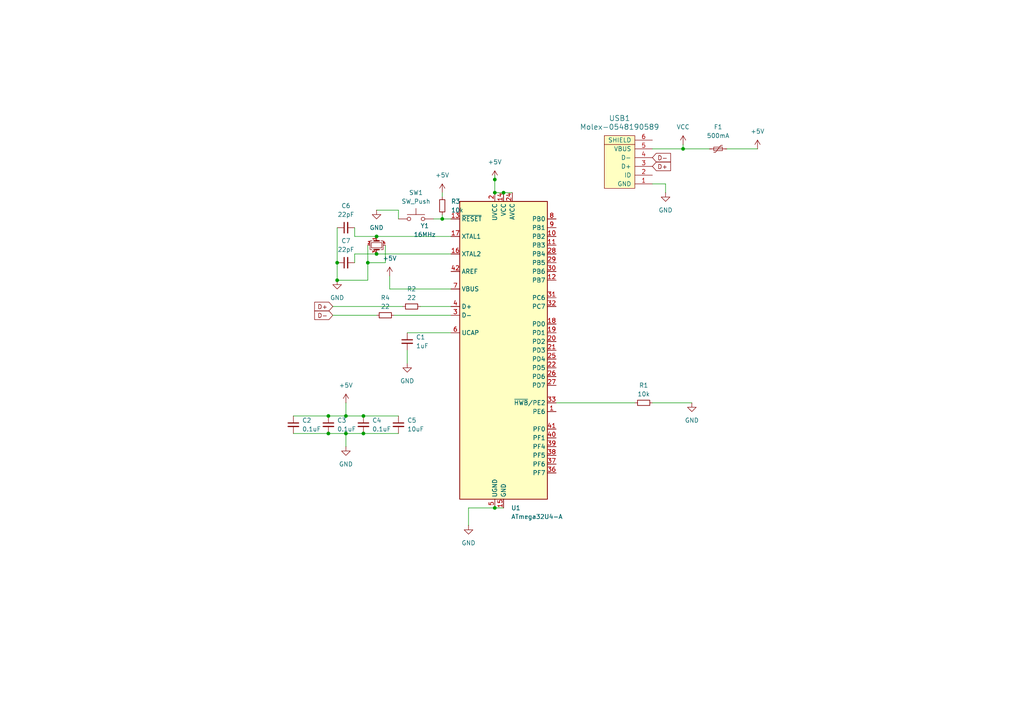
<source format=kicad_sch>
(kicad_sch (version 20231120) (generator "eeschema") (generator_version "8.0")
  (paper "A4")
  (lib_symbols
    (symbol "Device:C_Small" (pin_numbers hide) (pin_names (offset 0.254) hide)
      (property "Reference" "C" (at 0.254 1.778 0))
      (property "Value" "C_Small" (at 0.254 -2.032 0))
      (symbol "C_Small_0_1"
        (polyline (pts (xy -1.524 -0.508) (xy 1.524 -0.508)) (stroke (width 0.3302)))
        (polyline (pts (xy -1.524 0.508) (xy 1.524 0.508)) (stroke (width 0.3048)))
      )
      (symbol "C_Small_1_1"
        (pin passive line (at 0 2.54 270) (length 2.032) (name "~") (number "1"))
        (pin passive line (at 0 -2.54 90) (length 2.032) (name "~") (number "2"))
      )
    )
    (symbol "Device:Crystal_GND24_Small" (pin_names (offset 1.016) hide)
      (property "Reference" "Y" (at 1.27 4.445 0))
      (property "Value" "Crystal_GND24_Small" (at 1.27 2.54 0))
      (symbol "Crystal_GND24_Small_0_1"
        (rectangle (start -0.762 -1.524) (end 0.762 1.524))
        (polyline (pts (xy -1.27 -0.762) (xy -1.27 0.762)) (stroke (width 0.381)))
        (polyline (pts (xy 1.27 -0.762) (xy 1.27 0.762)) (stroke (width 0.381)))
        (polyline (pts (xy -1.27 -1.27) (xy -1.27 -1.905) (xy 1.27 -1.905) (xy 1.27 -1.27)))
        (polyline (pts (xy -1.27 1.27) (xy -1.27 1.905) (xy 1.27 1.905) (xy 1.27 1.27)))
      )
      (symbol "Crystal_GND24_Small_1_1"
        (pin passive line (at -2.54 0 0) (length 1.27) (name "1") (number "1"))
        (pin passive line (at 0 -2.54 90) (length 0.635) (name "2") (number "2"))
        (pin passive line (at 2.54 0 180) (length 1.27) (name "3") (number "3"))
        (pin passive line (at 0 2.54 270) (length 0.635) (name "4") (number "4"))
      )
    )
    (symbol "Device:Polyfuse_Small" (pin_numbers hide) (pin_names (offset 0))
      (property "Reference" "F" (at -1.905 0 90))
      (property "Value" "Polyfuse_Small" (at 1.905 0 90))
      (symbol "Polyfuse_Small_0_1"
        (rectangle (start -0.508 1.27) (end 0.508 -1.27))
        (polyline (pts (xy 0 2.54) (xy 0 -2.54)))
        (polyline (pts (xy -1.016 1.27) (xy -1.016 0.762) (xy 1.016 -0.762) (xy 1.016 -1.27)))
      )
      (symbol "Polyfuse_Small_1_1"
        (pin passive line (at 0 2.54 270) (length 0.635) (name "~") (number "1"))
        (pin passive line (at 0 -2.54 90) (length 0.635) (name "~") (number "2"))
      )
    )
    (symbol "Device:R_Small" (pin_numbers hide) (pin_names (offset 0.254) hide)
      (property "Reference" "R" (at 0.762 0.508 0))
      (property "Value" "R_Small" (at 0.762 -1.016 0))
      (symbol "R_Small_0_1"
        (rectangle (start -0.762 1.778) (end 0.762 -1.778) (stroke (width 0.2032)))
      )
      (symbol "R_Small_1_1"
        (pin passive line (at 0 2.54 270) (length 0.762) (name "~") (number "1"))
        (pin passive line (at 0 -2.54 90) (length 0.762) (name "~") (number "2"))
      )
    )
    (symbol "MCU_Microchip_ATmega:ATmega32U4-A"
      (property "Reference" "U" (at -12.7 44.45 0))
      (property "Value" "ATmega32U4-A" (at 2.54 -44.45 0))
      (symbol "ATmega32U4-A_0_1"
        (rectangle (start -12.7 -43.18) (end 12.7 43.18) (stroke (width 0.254)) (fill (type background)))
      )
      (symbol "ATmega32U4-A_1_1"
        (pin bidirectional line (at 15.24 -17.78 180) (length 2.54) (name "PE6") (number "1"))
        (pin bidirectional line (at 15.24 33.02 180) (length 2.54) (name "PB2") (number "10"))
        (pin bidirectional line (at 15.24 30.48 180) (length 2.54) (name "PB3") (number "11"))
        (pin bidirectional line (at 15.24 20.32 180) (length 2.54) (name "PB7") (number "12"))
        (pin input line (at -15.24 38.1 0) (length 2.54) (name "~{RESET}") (number "13"))
        (pin power_in line (at 0 45.72 270) (length 2.54) (name "VCC") (number "14"))
        (pin power_in line (at 0 -45.72 90) (length 2.54) (name "GND") (number "15"))
        (pin output line (at -15.24 27.94 0) (length 2.54) (name "XTAL2") (number "16"))
        (pin input line (at -15.24 33.02 0) (length 2.54) (name "XTAL1") (number "17"))
        (pin bidirectional line (at 15.24 7.62 180) (length 2.54) (name "PD0") (number "18"))
        (pin bidirectional line (at 15.24 5.08 180) (length 2.54) (name "PD1") (number "19"))
        (pin power_in line (at -2.54 45.72 270) (length 2.54) (name "UVCC") (number "2"))
        (pin bidirectional line (at 15.24 2.54 180) (length 2.54) (name "PD2") (number "20"))
        (pin bidirectional line (at 15.24 0 180) (length 2.54) (name "PD3") (number "21"))
        (pin bidirectional line (at 15.24 -5.08 180) (length 2.54) (name "PD5") (number "22"))
        (pin passive line (at 0 -45.72 90) (length 2.54) hide (name "GND") (number "23"))
        (pin power_in line (at 2.54 45.72 270) (length 2.54) (name "AVCC") (number "24"))
        (pin bidirectional line (at 15.24 -2.54 180) (length 2.54) (name "PD4") (number "25"))
        (pin bidirectional line (at 15.24 -7.62 180) (length 2.54) (name "PD6") (number "26"))
        (pin bidirectional line (at 15.24 -10.16 180) (length 2.54) (name "PD7") (number "27"))
        (pin bidirectional line (at 15.24 27.94 180) (length 2.54) (name "PB4") (number "28"))
        (pin bidirectional line (at 15.24 25.4 180) (length 2.54) (name "PB5") (number "29"))
        (pin bidirectional line (at -15.24 10.16 0) (length 2.54) (name "D-") (number "3"))
        (pin bidirectional line (at 15.24 22.86 180) (length 2.54) (name "PB6") (number "30"))
        (pin bidirectional line (at 15.24 15.24 180) (length 2.54) (name "PC6") (number "31"))
        (pin bidirectional line (at 15.24 12.7 180) (length 2.54) (name "PC7") (number "32"))
        (pin bidirectional line (at 15.24 -15.24 180) (length 2.54) (name "~{HWB}/PE2") (number "33"))
        (pin passive line (at 0 45.72 270) (length 2.54) hide (name "VCC") (number "34"))
        (pin passive line (at 0 -45.72 90) (length 2.54) hide (name "GND") (number "35"))
        (pin bidirectional line (at 15.24 -35.56 180) (length 2.54) (name "PF7") (number "36"))
        (pin bidirectional line (at 15.24 -33.02 180) (length 2.54) (name "PF6") (number "37"))
        (pin bidirectional line (at 15.24 -30.48 180) (length 2.54) (name "PF5") (number "38"))
        (pin bidirectional line (at 15.24 -27.94 180) (length 2.54) (name "PF4") (number "39"))
        (pin bidirectional line (at -15.24 12.7 0) (length 2.54) (name "D+") (number "4"))
        (pin bidirectional line (at 15.24 -25.4 180) (length 2.54) (name "PF1") (number "40"))
        (pin bidirectional line (at 15.24 -22.86 180) (length 2.54) (name "PF0") (number "41"))
        (pin passive line (at -15.24 22.86 0) (length 2.54) (name "AREF") (number "42"))
        (pin passive line (at 0 -45.72 90) (length 2.54) hide (name "GND") (number "43"))
        (pin passive line (at 2.54 45.72 270) (length 2.54) hide (name "AVCC") (number "44"))
        (pin passive line (at -2.54 -45.72 90) (length 2.54) (name "UGND") (number "5"))
        (pin passive line (at -15.24 5.08 0) (length 2.54) (name "UCAP") (number "6"))
        (pin input line (at -15.24 17.78 0) (length 2.54) (name "VBUS") (number "7"))
        (pin bidirectional line (at 15.24 38.1 180) (length 2.54) (name "PB0") (number "8"))
        (pin bidirectional line (at 15.24 35.56 180) (length 2.54) (name "PB1") (number "9"))
      )
    )
    (symbol "Switch:SW_Push" (pin_numbers hide) (pin_names (offset 1.016) hide)
      (property "Reference" "SW" (at 1.27 2.54 0))
      (property "Value" "SW_Push" (at 0 -1.524 0))
      (symbol "SW_Push_0_1"
        (circle (center -2.032 0) (radius 0.508))
        (polyline (pts (xy 0 1.27) (xy 0 3.048)))
        (polyline (pts (xy 2.54 1.27) (xy -2.54 1.27)))
        (circle (center 2.032 0) (radius 0.508))
        (pin passive line (at -5.08 0 0) (length 2.54) (name "1") (number "1"))
        (pin passive line (at 5.08 0 180) (length 2.54) (name "2") (number "2"))
      )
    )
    (symbol "power:+5V" (power) (pin_numbers hide) (pin_names (offset 0) hide)
      (property "Value" "+5V" (at 0 3.556 0))
      (symbol "+5V_0_1"
        (polyline (pts (xy -0.762 1.27) (xy 0 2.54)))
        (polyline (pts (xy 0 0) (xy 0 2.54)))
        (polyline (pts (xy 0 2.54) (xy 0.762 1.27)))
      )
      (symbol "+5V_1_1"
        (pin power_in line (at 0 0 90) (length 0) (name "~") (number "1"))
      )
    )
    (symbol "power:GND" (power) (pin_numbers hide) (pin_names (offset 0) hide)
      (property "Value" "GND" (at 0 -3.81 0))
      (symbol "GND_0_1"
        (polyline (pts (xy 0 0) (xy 0 -1.27) (xy 1.27 -1.27) (xy 0 -2.54) (xy -1.27 -1.27) (xy 0 -1.27)))
      )
      (symbol "GND_1_1"
        (pin power_in line (at 0 0 270) (length 0) (name "~") (number "1"))
      )
    )
    (symbol "power:VCC" (power) (pin_numbers hide) (pin_names (offset 0) hide)
      (property "Value" "VCC" (at 0 3.556 0))
      (symbol "VCC_0_1"
        (polyline (pts (xy -0.762 1.27) (xy 0 2.54)))
        (polyline (pts (xy 0 0) (xy 0 2.54)))
        (polyline (pts (xy 0 2.54) (xy 0.762 1.27)))
      )
      (symbol "VCC_1_1"
        (pin power_in line (at 0 0 90) (length 0) (name "~") (number "1"))
      )
    )
    (symbol "random-keyboard-parts:Molex-0548190589" (pin_names (offset 1.016))
      (property "Reference" "USB" (at 0 7.62 0))
      (property "Value" "Molex-0548190589" (at 0 10.16 0))
      (symbol "Molex-0548190589_0_0"
        (polyline (pts (xy 6.35 -2.54) (xy 6.35 6.35)))
        (rectangle (start 8.89 -2.54) (end -6.35 6.35) (fill (type background)))
      )
      (symbol "Molex-0548190589_1_1"
        (pin input line (at -5.08 -7.62 90) (length 5.08) (name "GND") (number "1"))
        (pin input line (at -2.54 -7.62 90) (length 5.08) (name "ID") (number "2"))
        (pin input line (at 0 -7.62 90) (length 5.08) (name "D+") (number "3"))
        (pin input line (at 2.54 -7.62 90) (length 5.08) (name "D-") (number "4"))
        (pin input line (at 5.08 -7.62 90) (length 5.08) (name "VBUS") (number "5"))
        (pin input line (at 7.62 -7.62 90) (length 5.08) (name "SHIELD") (number "6"))
      )
    )
  )
  (junction (at 128.27 63.5))
  (junction (at 109.22 68.58))
  (junction (at 109.22 73.66))
  (junction (at 106.68 76.2))
  (junction (at 105.41 120.65))
  (junction (at 100.33 120.65))
  (junction (at 143.51 147.32))
  (junction (at 95.25 120.65))
  (junction (at 198.12 43.18))
  (junction (at 95.25 125.73))
  (junction (at 105.41 125.73))
  (junction (at 97.79 81.28))
  (junction (at 143.51 55.88))
  (junction (at 143.51 52.07))
  (junction (at 146.05 55.88))
  (junction (at 100.33 125.73))
  (junction (at 97.79 76.2))
  (wire (pts (xy 189.23 53.34) (xy 193.04 53.34)))
  (wire (pts (xy 109.22 68.58) (xy 130.81 68.58)))
  (wire (pts (xy 210.82 43.18) (xy 219.71 43.18)))
  (wire (pts (xy 85.09 120.65) (xy 95.25 120.65)))
  (wire (pts (xy 95.25 125.73) (xy 100.33 125.73)))
  (wire (pts (xy 128.27 55.88) (xy 128.27 57.15)))
  (wire (pts (xy 198.12 43.18) (xy 205.74 43.18)))
  (wire (pts (xy 189.23 116.84) (xy 200.66 116.84)))
  (wire (pts (xy 115.57 63.5) (xy 115.57 60.96)))
  (wire (pts (xy 100.33 125.73) (xy 100.33 129.54)))
  (wire (pts (xy 102.87 68.58) (xy 109.22 68.58)))
  (wire (pts (xy 106.68 71.12) (xy 106.68 76.2)))
  (wire (pts (xy 193.04 53.34) (xy 193.04 55.88)))
  (wire (pts (xy 109.22 73.66) (xy 130.81 73.66)))
  (wire (pts (xy 125.73 63.5) (xy 128.27 63.5)))
  (wire (pts (xy 198.12 41.91) (xy 198.12 43.18)))
  (wire (pts (xy 97.79 76.2) (xy 97.79 81.28)))
  (wire (pts (xy 106.68 76.2) (xy 111.76 76.2)))
  (wire (pts (xy 95.25 120.65) (xy 100.33 120.65)))
  (wire (pts (xy 100.33 116.84) (xy 100.33 120.65)))
  (wire (pts (xy 106.68 81.28) (xy 106.68 76.2)))
  (wire (pts (xy 118.11 96.52) (xy 130.81 96.52)))
  (wire (pts (xy 143.51 55.88) (xy 146.05 55.88)))
  (wire (pts (xy 128.27 62.23) (xy 128.27 63.5)))
  (wire (pts (xy 102.87 73.66) (xy 109.22 73.66)))
  (wire (pts (xy 189.23 43.18) (xy 198.12 43.18)))
  (wire (pts (xy 100.33 125.73) (xy 105.41 125.73)))
  (wire (pts (xy 97.79 81.28) (xy 106.68 81.28)))
  (wire (pts (xy 121.92 88.9) (xy 130.81 88.9)))
  (wire (pts (xy 105.41 120.65) (xy 115.57 120.65)))
  (wire (pts (xy 102.87 66.04) (xy 102.87 68.58)))
  (wire (pts (xy 130.81 83.82) (xy 113.03 83.82)))
  (wire (pts (xy 96.52 88.9) (xy 116.84 88.9)))
  (wire (pts (xy 114.3 91.44) (xy 130.81 91.44)))
  (wire (pts (xy 85.09 125.73) (xy 95.25 125.73)))
  (wire (pts (xy 118.11 101.6) (xy 118.11 105.41)))
  (wire (pts (xy 109.22 60.96) (xy 115.57 60.96)))
  (wire (pts (xy 97.79 66.04) (xy 97.79 76.2)))
  (wire (pts (xy 105.41 125.73) (xy 115.57 125.73)))
  (wire (pts (xy 143.51 52.07) (xy 143.51 55.88)))
  (wire (pts (xy 135.89 152.4) (xy 135.89 147.32)))
  (wire (pts (xy 102.87 76.2) (xy 102.87 73.66)))
  (wire (pts (xy 135.89 147.32) (xy 143.51 147.32)))
  (wire (pts (xy 111.76 71.12) (xy 111.76 76.2)))
  (wire (pts (xy 113.03 80.01) (xy 113.03 83.82)))
  (wire (pts (xy 96.52 91.44) (xy 109.22 91.44)))
  (wire (pts (xy 143.51 50.8) (xy 143.51 52.07)))
  (wire (pts (xy 100.33 120.65) (xy 105.41 120.65)))
  (wire (pts (xy 143.51 147.32) (xy 146.05 147.32)))
  (wire (pts (xy 128.27 63.5) (xy 130.81 63.5)))
  (wire (pts (xy 161.29 116.84) (xy 184.15 116.84)))
  (wire (pts (xy 146.05 55.88) (xy 148.59 55.88)))
  (global_label "D+" (shape input) (at 96.52 88.9 180) (property "Intersheetrefs" "${INTERSHEET_REFS}" (effects (hide yes))))
  (global_label "D-" (shape input) (at 96.52 91.44 180) (property "Intersheetrefs" "${INTERSHEET_REFS}" (effects (hide yes))))
  (global_label "D-" (shape input) (at 189.23 45.72 0) (property "Intersheetrefs" "${INTERSHEET_REFS}" (effects (hide yes))))
  (global_label "D+" (shape input) (at 189.23 48.26 0) (property "Intersheetrefs" "${INTERSHEET_REFS}" (effects (hide yes))))
  (symbol (lib_id "Device:C_Small") (at 100.33 66.04 90) (unit 1)
    (property "Reference" "C6" (at 100.3363 59.69 90))
    (property "Value" "22pF" (at 100.3363 62.23 90))
    (property "Description" "Unpolarized capacitor, small symbol" (effects (hide yes)))
  )
  (symbol (lib_id "power:GND") (at 118.11 105.41 0) (unit 1)
    (property "Reference" "#PWR04" (effects (hide yes)))
    (property "Value" "GND" (at 118.11 110.49 0))
    (property "Description" "Power symbol creates a global label with name \"GND\" , ground" (effects (hide yes)))
  )
  (symbol (lib_id "power:+5V") (at 113.03 80.01 0) (unit 1)
    (property "Reference" "#PWR07" (effects (hide yes)))
    (property "Value" "+5V" (at 113.03 74.93 0))
    (property "Description" "Power symbol creates a global label with name \"+5V\"" (effects (hide yes)))
  )
  (symbol (lib_id "power:+5V") (at 128.27 55.88 0) (unit 1)
    (property "Reference" "#PWR010" (effects (hide yes)))
    (property "Value" "+5V" (at 128.27 50.8 0))
    (property "Description" "Power symbol creates a global label with name \"+5V\"" (effects (hide yes)))
  )
  (symbol (lib_id "power:GND") (at 193.04 55.88 0) (unit 1)
    (property "Reference" "#PWR013" (effects (hide yes)))
    (property "Value" "GND" (at 193.04 60.96 0))
    (property "Description" "Power symbol creates a global label with name \"GND\" , ground" (effects (hide yes)))
  )
  (symbol (lib_id "power:+5V") (at 219.71 43.18 0) (unit 1)
    (property "Reference" "#PWR011" (effects (hide yes)))
    (property "Value" "+5V" (at 219.71 38.1 0))
    (property "Description" "Power symbol creates a global label with name \"+5V\"" (effects (hide yes)))
  )
  (symbol (lib_id "Device:C_Small") (at 85.09 123.19 0) (unit 1)
    (property "Reference" "C2" (at 87.63 121.9262 0) (effects (justify left)))
    (property "Value" "0.1uF" (at 87.63 124.4662 0) (effects (justify left)))
    (property "Description" "Unpolarized capacitor, small symbol" (effects (hide yes)))
  )
  (symbol (lib_id "MCU_Microchip_ATmega:ATmega32U4-A") (at 146.05 101.6 0) (unit 1)
    (property "Reference" "U1" (at 148.2441 147.32 0) (effects (justify left)))
    (property "Value" "ATmega32U4-A" (at 148.2441 149.86 0) (effects (justify left)))
    (property "Footprint" "Package_QFP:TQFP-44_10x10mm_P0.8mm" (effects (hide yes)))
    (property "Datasheet" "http://ww1.microchip.com/downloads/en/DeviceDoc/Atmel-7766-8-bit-AVR-ATmega16U4-32U4_Datasheet.pdf" (effects (hide yes)))
    (property "Description" "16MHz, 32kB Flash, 2.5kB SRAM, 1kB EEPROM, USB 2.0, TQFP-44" (effects (hide yes)))
  )
  (symbol (lib_id "power:GND") (at 109.22 60.96 0) (unit 1)
    (property "Reference" "#PWR09" (effects (hide yes)))
    (property "Value" "GND" (at 109.22 66.04 0))
    (property "Description" "Power symbol creates a global label with name \"GND\" , ground" (effects (hide yes)))
  )
  (symbol (lib_id "Device:C_Small") (at 115.57 123.19 0) (unit 1)
    (property "Reference" "C5" (at 118.11 121.9262 0) (effects (justify left)))
    (property "Value" "10uF" (at 118.11 124.4662 0) (effects (justify left)))
    (property "Description" "Unpolarized capacitor, small symbol" (effects (hide yes)))
  )
  (symbol (lib_id "power:GND") (at 97.79 81.28 0) (unit 1)
    (property "Reference" "#PWR08" (effects (hide yes)))
    (property "Value" "GND" (at 97.79 86.36 0))
    (property "Description" "Power symbol creates a global label with name \"GND\" , ground" (effects (hide yes)))
  )
  (symbol (lib_id "Device:R_Small") (at 111.76 91.44 90) (unit 1)
    (property "Reference" "R4" (at 111.76 86.36 90))
    (property "Value" "22" (at 111.76 88.9 90))
    (property "Description" "Resistor, small symbol" (effects (hide yes)))
  )
  (symbol (lib_id "Switch:SW_Push") (at 120.65 63.5 0) (unit 1)
    (property "Reference" "SW1" (at 120.65 55.88 0))
    (property "Value" "SW_Push" (at 120.65 58.42 0))
    (property "Description" "Push button switch, generic, two pins" (effects (hide yes)))
  )
  (symbol (lib_id "Device:C_Small") (at 95.25 123.19 0) (unit 1)
    (property "Reference" "C3" (at 97.79 121.9262 0) (effects (justify left)))
    (property "Value" "0.1uF" (at 97.79 124.4662 0) (effects (justify left)))
    (property "Description" "Unpolarized capacitor, small symbol" (effects (hide yes)))
  )
  (symbol (lib_id "power:+5V") (at 100.33 116.84 0) (unit 1)
    (property "Reference" "#PWR05" (effects (hide yes)))
    (property "Value" "+5V" (at 100.33 111.76 0))
    (property "Description" "Power symbol creates a global label with name \"+5V\"" (effects (hide yes)))
  )
  (symbol (lib_id "power:GND") (at 200.66 116.84 0) (unit 1)
    (property "Reference" "#PWR03" (effects (hide yes)))
    (property "Value" "GND" (at 200.66 121.92 0))
    (property "Description" "Power symbol creates a global label with name \"GND\" , ground" (effects (hide yes)))
  )
  (symbol (lib_id "power:GND") (at 100.33 129.54 0) (unit 1)
    (property "Reference" "#PWR06" (effects (hide yes)))
    (property "Value" "GND" (at 100.33 134.62 0))
    (property "Description" "Power symbol creates a global label with name \"GND\" , ground" (effects (hide yes)))
  )
  (symbol (lib_id "power:GND") (at 135.89 152.4 0) (unit 1)
    (property "Reference" "#PWR02" (effects (hide yes)))
    (property "Value" "GND" (at 135.89 157.48 0))
    (property "Description" "Power symbol creates a global label with name \"GND\" , ground" (effects (hide yes)))
  )
  (symbol (lib_id "Device:Crystal_GND24_Small") (at 109.22 71.12 270) (unit 1)
    (property "Reference" "Y1" (at 123.19 65.4998 90))
    (property "Value" "16MHz" (at 123.19 68.0398 90))
    (property "Description" "Four pin crystal, GND on pins 2 and 4, small symbol" (effects (hide yes)))
  )
  (symbol (lib_id "power:+5V") (at 143.51 52.07 0) (unit 1)
    (property "Reference" "#PWR01" (effects (hide yes)))
    (property "Value" "+5V" (at 143.51 46.99 0))
    (property "Description" "Power symbol creates a global label with name \"+5V\"" (effects (hide yes)))
  )
  (symbol (lib_id "Device:R_Small") (at 128.27 59.69 0) (unit 1)
    (property "Reference" "R3" (at 130.81 58.4199 0) (effects (justify left)))
    (property "Value" "10k" (at 130.81 60.9599 0) (effects (justify left)))
    (property "Description" "Resistor, small symbol" (effects (hide yes)))
  )
  (symbol (lib_id "Device:C_Small") (at 105.41 123.19 0) (unit 1)
    (property "Reference" "C4" (at 107.95 121.9262 0) (effects (justify left)))
    (property "Value" "0.1uF" (at 107.95 124.4662 0) (effects (justify left)))
    (property "Description" "Unpolarized capacitor, small symbol" (effects (hide yes)))
  )
  (symbol (lib_id "Device:R_Small") (at 186.69 116.84 90) (unit 1)
    (property "Reference" "R1" (at 186.69 111.76 90))
    (property "Value" "10k" (at 186.69 114.3 90))
    (property "Description" "Resistor, small symbol" (effects (hide yes)))
  )
  (symbol (lib_id "Device:C_Small") (at 100.33 76.2 90) (unit 1)
    (property "Reference" "C7" (at 100.3363 69.85 90))
    (property "Value" "22pF" (at 100.3363 72.39 90))
    (property "Description" "Unpolarized capacitor, small symbol" (effects (hide yes)))
  )
  (symbol (lib_id "Device:C_Small") (at 118.11 99.06 0) (unit 1)
    (property "Reference" "C1" (at 120.65 97.7962 0) (effects (justify left)))
    (property "Value" "1uF" (at 120.65 100.3362 0) (effects (justify left)))
    (property "Description" "Unpolarized capacitor, small symbol" (effects (hide yes)))
  )
  (symbol (lib_id "Device:R_Small") (at 119.38 88.9 90) (unit 1)
    (property "Reference" "R2" (at 119.38 83.82 90))
    (property "Value" "22" (at 119.38 86.36 90))
    (property "Description" "Resistor, small symbol" (effects (hide yes)))
  )
  (symbol (lib_id "random-keyboard-parts:Molex-0548190589") (at 181.61 48.26 90) (unit 1)
    (property "Reference" "USB1" (at 179.705 34.29 90) (effects (font (size 1.524 1.524))))
    (property "Value" "Molex-0548190589" (at 179.705 36.83 90) (effects (font (size 1.524 1.524))))
  )
  (symbol (lib_id "power:VCC") (at 198.12 41.91 0) (unit 1)
    (property "Reference" "#PWR012" (effects (hide yes)))
    (property "Value" "VCC" (at 198.12 36.83 0))
    (property "Description" "Power symbol creates a global label with name \"VCC\"" (effects (hide yes)))
  )
  (symbol (lib_id "Device:Polyfuse_Small") (at 208.28 43.18 90) (unit 1)
    (property "Reference" "F1" (at 208.28 36.83 90))
    (property "Value" "500mA" (at 208.28 39.37 90))
    (property "Description" "Resettable fuse, polymeric positive temperature coefficient, small symbol" (effects (hide yes)))
  )
)
</source>
